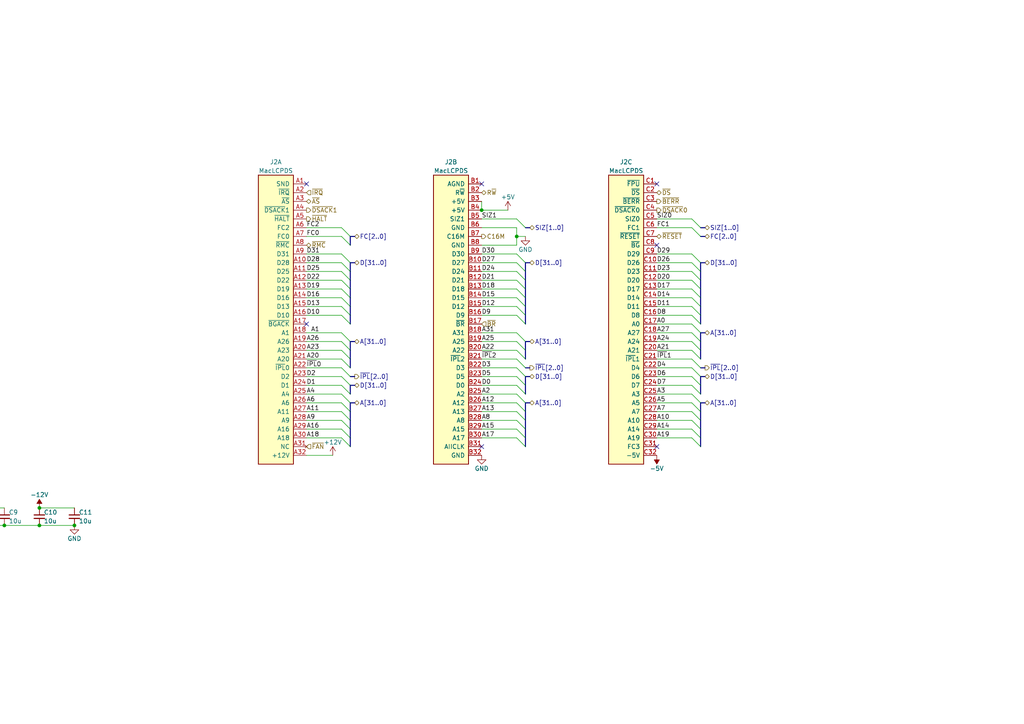
<source format=kicad_sch>
(kicad_sch (version 20230121) (generator eeschema)
  (paper "A4")
  (lib_symbols
    (symbol "Device:C_Small" (pin_numbers hide) (pin_names (offset 0.254) hide)
      (property "Reference" "C" (at 0.254 1.778 0))
      (property "Value" "C_Small" (at 0.254 -2.032 0))
      (symbol "C_Small_0_1"
        (polyline (pts (xy -1.524 -0.508) (xy 1.524 -0.508)) (stroke (width 0.3302)))
        (polyline (pts (xy -1.524 0.508) (xy 1.524 0.508)) (stroke (width 0.3048)))
      )
      (symbol "C_Small_1_1"
        (pin passive line (at 0 2.54 270) (length 2.032) (name "~") (number "1"))
        (pin passive line (at 0 -2.54 90) (length 2.032) (name "~") (number "2"))
      )
    )
    (symbol "GW_Connector:MacLCPDS" (pin_names (offset 1.016))
      (property "Reference" "J" (at 0 45.72 0))
      (property "Value" "MacLCPDS" (at 0 -40.64 0))
      (symbol "MacLCPDS_0_1"
        (rectangle (start 0 44.45) (end -10.16 -39.37) (stroke (width 0.254)) (fill (type background)))
      )
      (symbol "MacLCPDS_1_1"
        (pin unspecified line (at 3.81 41.91 180) (length 3.81) (name "SND") (number "A1"))
        (pin unspecified line (at 3.81 19.05 180) (length 3.81) (name "D28") (number "A10"))
        (pin unspecified line (at 3.81 16.51 180) (length 3.81) (name "D25") (number "A11"))
        (pin unspecified line (at 3.81 13.97 180) (length 3.81) (name "D22") (number "A12"))
        (pin unspecified line (at 3.81 11.43 180) (length 3.81) (name "D19") (number "A13"))
        (pin unspecified line (at 3.81 8.89 180) (length 3.81) (name "D16") (number "A14"))
        (pin unspecified line (at 3.81 6.35 180) (length 3.81) (name "D13") (number "A15"))
        (pin unspecified line (at 3.81 3.81 180) (length 3.81) (name "D10") (number "A16"))
        (pin unspecified line (at 3.81 1.27 180) (length 3.81) (name "~{BGACK}") (number "A17"))
        (pin unspecified line (at 3.81 -1.27 180) (length 3.81) (name "A1") (number "A18"))
        (pin unspecified line (at 3.81 -3.81 180) (length 3.81) (name "A26") (number "A19"))
        (pin unspecified line (at 3.81 39.37 180) (length 3.81) (name "~{IRQ}") (number "A2"))
        (pin unspecified line (at 3.81 -6.35 180) (length 3.81) (name "A23") (number "A20"))
        (pin unspecified line (at 3.81 -8.89 180) (length 3.81) (name "A20") (number "A21"))
        (pin unspecified line (at 3.81 -11.43 180) (length 3.81) (name "~{IPL}0") (number "A22"))
        (pin unspecified line (at 3.81 -13.97 180) (length 3.81) (name "D2") (number "A23"))
        (pin unspecified line (at 3.81 -16.51 180) (length 3.81) (name "D1") (number "A24"))
        (pin unspecified line (at 3.81 -19.05 180) (length 3.81) (name "A4") (number "A25"))
        (pin unspecified line (at 3.81 -21.59 180) (length 3.81) (name "A6") (number "A26"))
        (pin unspecified line (at 3.81 -24.13 180) (length 3.81) (name "A11") (number "A27"))
        (pin unspecified line (at 3.81 -26.67 180) (length 3.81) (name "A9") (number "A28"))
        (pin unspecified line (at 3.81 -29.21 180) (length 3.81) (name "A16") (number "A29"))
        (pin unspecified line (at 3.81 36.83 180) (length 3.81) (name "~{AS}") (number "A3"))
        (pin unspecified line (at 3.81 -31.75 180) (length 3.81) (name "A18") (number "A30"))
        (pin no_connect line (at 3.81 -34.29 180) (length 3.81) (name "NC") (number "A31"))
        (pin unspecified line (at 3.81 -36.83 180) (length 3.81) (name "+12V") (number "A32"))
        (pin unspecified line (at 3.81 34.29 180) (length 3.81) (name "~{DSACK}1") (number "A4"))
        (pin unspecified line (at 3.81 31.75 180) (length 3.81) (name "~{HALT}") (number "A5"))
        (pin unspecified line (at 3.81 29.21 180) (length 3.81) (name "FC2") (number "A6"))
        (pin unspecified line (at 3.81 26.67 180) (length 3.81) (name "FC0") (number "A7"))
        (pin unspecified line (at 3.81 24.13 180) (length 3.81) (name "~{RMC}") (number "A8"))
        (pin unspecified line (at 3.81 21.59 180) (length 3.81) (name "D31") (number "A9"))
      )
      (symbol "MacLCPDS_2_1"
        (pin unspecified line (at 3.81 41.91 180) (length 3.81) (name "AGND") (number "B1"))
        (pin unspecified line (at 3.81 19.05 180) (length 3.81) (name "D27") (number "B10"))
        (pin unspecified line (at 3.81 16.51 180) (length 3.81) (name "D24") (number "B11"))
        (pin unspecified line (at 3.81 13.97 180) (length 3.81) (name "D21") (number "B12"))
        (pin unspecified line (at 3.81 11.43 180) (length 3.81) (name "D18") (number "B13"))
        (pin unspecified line (at 3.81 8.89 180) (length 3.81) (name "D15") (number "B14"))
        (pin unspecified line (at 3.81 6.35 180) (length 3.81) (name "D12") (number "B15"))
        (pin unspecified line (at 3.81 3.81 180) (length 3.81) (name "D9") (number "B16"))
        (pin unspecified line (at 3.81 1.27 180) (length 3.81) (name "~{BR}") (number "B17"))
        (pin unspecified line (at 3.81 -1.27 180) (length 3.81) (name "A31") (number "B18"))
        (pin unspecified line (at 3.81 -3.81 180) (length 3.81) (name "A25") (number "B19"))
        (pin unspecified line (at 3.81 39.37 180) (length 3.81) (name "R~{W}") (number "B2"))
        (pin unspecified line (at 3.81 -6.35 180) (length 3.81) (name "A22") (number "B20"))
        (pin unspecified line (at 3.81 -8.89 180) (length 3.81) (name "~{IPL}2") (number "B21"))
        (pin unspecified line (at 3.81 -11.43 180) (length 3.81) (name "D3") (number "B22"))
        (pin unspecified line (at 3.81 -13.97 180) (length 3.81) (name "D5") (number "B23"))
        (pin unspecified line (at 3.81 -16.51 180) (length 3.81) (name "D0") (number "B24"))
        (pin unspecified line (at 3.81 -19.05 180) (length 3.81) (name "A2") (number "B25"))
        (pin unspecified line (at 3.81 -21.59 180) (length 3.81) (name "A12") (number "B26"))
        (pin unspecified line (at 3.81 -24.13 180) (length 3.81) (name "A13") (number "B27"))
        (pin unspecified line (at 3.81 -26.67 180) (length 3.81) (name "A8") (number "B28"))
        (pin unspecified line (at 3.81 -29.21 180) (length 3.81) (name "A15") (number "B29"))
        (pin unspecified line (at 3.81 36.83 180) (length 3.81) (name "+5V") (number "B3"))
        (pin unspecified line (at 3.81 -31.75 180) (length 3.81) (name "A17") (number "B30"))
        (pin unspecified line (at 3.81 -34.29 180) (length 3.81) (name "AIICLK") (number "B31"))
        (pin unspecified line (at 3.81 -36.83 180) (length 3.81) (name "GND") (number "B32"))
        (pin unspecified line (at 3.81 34.29 180) (length 3.81) (name "+5V") (number "B4"))
        (pin unspecified line (at 3.81 31.75 180) (length 3.81) (name "SIZ1") (number "B5"))
        (pin unspecified line (at 3.81 29.21 180) (length 3.81) (name "GND") (number "B6"))
        (pin unspecified line (at 3.81 26.67 180) (length 3.81) (name "C16M") (number "B7"))
        (pin unspecified line (at 3.81 24.13 180) (length 3.81) (name "GND") (number "B8"))
        (pin unspecified line (at 3.81 21.59 180) (length 3.81) (name "D30") (number "B9"))
      )
      (symbol "MacLCPDS_3_1"
        (pin unspecified line (at 3.81 41.91 180) (length 3.81) (name "~{FPU}") (number "C1"))
        (pin unspecified line (at 3.81 19.05 180) (length 3.81) (name "D26") (number "C10"))
        (pin unspecified line (at 3.81 16.51 180) (length 3.81) (name "D23") (number "C11"))
        (pin unspecified line (at 3.81 13.97 180) (length 3.81) (name "D20") (number "C12"))
        (pin unspecified line (at 3.81 11.43 180) (length 3.81) (name "D17") (number "C13"))
        (pin unspecified line (at 3.81 8.89 180) (length 3.81) (name "D14") (number "C14"))
        (pin unspecified line (at 3.81 6.35 180) (length 3.81) (name "D11") (number "C15"))
        (pin unspecified line (at 3.81 3.81 180) (length 3.81) (name "D8") (number "C16"))
        (pin unspecified line (at 3.81 1.27 180) (length 3.81) (name "A0") (number "C17"))
        (pin unspecified line (at 3.81 -1.27 180) (length 3.81) (name "A27") (number "C18"))
        (pin unspecified line (at 3.81 -3.81 180) (length 3.81) (name "A24") (number "C19"))
        (pin unspecified line (at 3.81 39.37 180) (length 3.81) (name "~{DS}") (number "C2"))
        (pin unspecified line (at 3.81 -6.35 180) (length 3.81) (name "A21") (number "C20"))
        (pin unspecified line (at 3.81 -8.89 180) (length 3.81) (name "~{IPL}1") (number "C21"))
        (pin unspecified line (at 3.81 -11.43 180) (length 3.81) (name "D4") (number "C22"))
        (pin unspecified line (at 3.81 -13.97 180) (length 3.81) (name "D6") (number "C23"))
        (pin unspecified line (at 3.81 -16.51 180) (length 3.81) (name "D7") (number "C24"))
        (pin unspecified line (at 3.81 -19.05 180) (length 3.81) (name "A3") (number "C25"))
        (pin unspecified line (at 3.81 -21.59 180) (length 3.81) (name "A5") (number "C26"))
        (pin unspecified line (at 3.81 -24.13 180) (length 3.81) (name "A7") (number "C27"))
        (pin unspecified line (at 3.81 -26.67 180) (length 3.81) (name "A10") (number "C28"))
        (pin unspecified line (at 3.81 -29.21 180) (length 3.81) (name "A14") (number "C29"))
        (pin unspecified line (at 3.81 36.83 180) (length 3.81) (name "~{BERR}") (number "C3"))
        (pin unspecified line (at 3.81 -31.75 180) (length 3.81) (name "A19") (number "C30"))
        (pin unspecified line (at 3.81 -34.29 180) (length 3.81) (name "FC3") (number "C31"))
        (pin unspecified line (at 3.81 -36.83 180) (length 3.81) (name "-5V") (number "C32"))
        (pin unspecified line (at 3.81 34.29 180) (length 3.81) (name "~{DSACK}0") (number "C4"))
        (pin unspecified line (at 3.81 31.75 180) (length 3.81) (name "SIZ0") (number "C5"))
        (pin unspecified line (at 3.81 29.21 180) (length 3.81) (name "FC1") (number "C6"))
        (pin unspecified line (at 3.81 26.67 180) (length 3.81) (name "~{RESET}") (number "C7"))
        (pin unspecified line (at 3.81 24.13 180) (length 3.81) (name "~{BG}") (number "C8"))
        (pin unspecified line (at 3.81 21.59 180) (length 3.81) (name "D29") (number "C9"))
      )
    )
    (symbol "power:+12V" (power) (pin_names (offset 0))
      (property "Value" "+12V" (at 0 3.556 0))
      (symbol "+12V_0_1"
        (polyline (pts (xy -0.762 1.27) (xy 0 2.54)))
        (polyline (pts (xy 0 0) (xy 0 2.54)))
        (polyline (pts (xy 0 2.54) (xy 0.762 1.27)))
      )
      (symbol "+12V_1_1"
        (pin power_in line (at 0 0 90) (length 0) hide (name "+12V") (number "1"))
      )
    )
    (symbol "power:+5V" (power) (pin_names (offset 0))
      (property "Value" "+5V" (at 0 3.556 0))
      (symbol "+5V_0_1"
        (polyline (pts (xy -0.762 1.27) (xy 0 2.54)))
        (polyline (pts (xy 0 0) (xy 0 2.54)))
        (polyline (pts (xy 0 2.54) (xy 0.762 1.27)))
      )
      (symbol "+5V_1_1"
        (pin power_in line (at 0 0 90) (length 0) hide (name "+5V") (number "1"))
      )
    )
    (symbol "power:-12V" (power) (pin_names (offset 0))
      (property "Value" "-12V" (at 0 3.81 0))
      (symbol "-12V_0_0"
        (pin power_in line (at 0 0 90) (length 0) hide (name "-12V") (number "1"))
      )
      (symbol "-12V_0_1"
        (polyline (pts (xy 0 0) (xy 0 1.27) (xy 0.762 1.27) (xy 0 2.54) (xy -0.762 1.27) (xy 0 1.27)) (fill (type outline)))
      )
    )
    (symbol "power:-5V" (power) (pin_names (offset 0))
      (property "Value" "-5V" (at 0 3.81 0))
      (symbol "-5V_0_0"
        (pin power_in line (at 0 0 90) (length 0) hide (name "-5V") (number "1"))
      )
      (symbol "-5V_0_1"
        (polyline (pts (xy 0 0) (xy 0 1.27) (xy 0.762 1.27) (xy 0 2.54) (xy -0.762 1.27) (xy 0 1.27)) (fill (type outline)))
      )
    )
    (symbol "power:GND" (power) (pin_names (offset 0))
      (property "Value" "GND" (at 0 -3.81 0))
      (symbol "GND_0_1"
        (polyline (pts (xy 0 0) (xy 0 -1.27) (xy 1.27 -1.27) (xy 0 -2.54) (xy -1.27 -1.27) (xy 0 -1.27)))
      )
      (symbol "GND_1_1"
        (pin power_in line (at 0 0 270) (length 0) hide (name "GND") (number "1"))
      )
    )
  )
  (junction (at 139.7 60.96))
  (junction (at -8.89 152.4))
  (junction (at 11.43 147.32))
  (junction (at 149.86 68.58))
  (junction (at -19.05 152.4))
  (junction (at -29.21 147.32))
  (junction (at -29.21 152.4))
  (junction (at 1.27 152.4))
  (junction (at -8.89 147.32))
  (junction (at 11.43 152.4))
  (junction (at 21.59 152.4))
  (junction (at -39.37 152.4))
  (junction (at -49.53 147.32))
  (no_connect (at 139.7 53.34))
  (no_connect (at 190.5 129.54))
  (no_connect (at 190.5 53.34))
  (no_connect (at 88.9 93.98))
  (no_connect (at 190.5 71.12))
  (no_connect (at 88.9 53.34))
  (no_connect (at 139.7 129.54))
  (bus_entry (at 200.66 111.76) (size 2.54 2.54))
  (bus_entry (at 149.86 119.38) (size 2.54 2.54))
  (bus_entry (at 149.86 124.46) (size 2.54 2.54))
  (bus_entry (at 200.66 93.98) (size 2.54 2.54))
  (bus_entry (at 149.86 109.22) (size 2.54 2.54))
  (bus_entry (at 200.66 99.06) (size 2.54 2.54))
  (bus_entry (at 200.66 119.38) (size 2.54 2.54))
  (bus_entry (at 200.66 96.52) (size 2.54 2.54))
  (bus_entry (at 149.86 78.74) (size 2.54 2.54))
  (bus_entry (at 99.06 86.36) (size 2.54 2.54))
  (bus_entry (at 200.66 104.14) (size 2.54 2.54))
  (bus_entry (at 200.66 114.3) (size 2.54 2.54))
  (bus_entry (at 200.66 63.5) (size 2.54 2.54))
  (bus_entry (at 99.06 81.28) (size 2.54 2.54))
  (bus_entry (at 200.66 78.74) (size 2.54 2.54))
  (bus_entry (at 149.86 106.68) (size 2.54 2.54))
  (bus_entry (at 149.86 99.06) (size 2.54 2.54))
  (bus_entry (at 99.06 78.74) (size 2.54 2.54))
  (bus_entry (at 99.06 101.6) (size 2.54 2.54))
  (bus_entry (at 200.66 81.28) (size 2.54 2.54))
  (bus_entry (at 200.66 109.22) (size 2.54 2.54))
  (bus_entry (at 149.86 81.28) (size 2.54 2.54))
  (bus_entry (at 200.66 73.66) (size 2.54 2.54))
  (bus_entry (at 149.86 101.6) (size 2.54 2.54))
  (bus_entry (at 99.06 96.52) (size 2.54 2.54))
  (bus_entry (at 99.06 116.84) (size 2.54 2.54))
  (bus_entry (at 99.06 124.46) (size 2.54 2.54))
  (bus_entry (at 99.06 73.66) (size 2.54 2.54))
  (bus_entry (at 149.86 76.2) (size 2.54 2.54))
  (bus_entry (at 149.86 86.36) (size 2.54 2.54))
  (bus_entry (at 99.06 66.04) (size 2.54 2.54))
  (bus_entry (at 200.66 76.2) (size 2.54 2.54))
  (bus_entry (at 149.86 63.5) (size 2.54 2.54))
  (bus_entry (at 149.86 121.92) (size 2.54 2.54))
  (bus_entry (at 99.06 68.58) (size 2.54 2.54))
  (bus_entry (at 149.86 127) (size 2.54 2.54))
  (bus_entry (at 200.66 88.9) (size 2.54 2.54))
  (bus_entry (at 200.66 127) (size 2.54 2.54))
  (bus_entry (at 99.06 114.3) (size 2.54 2.54))
  (bus_entry (at 99.06 83.82) (size 2.54 2.54))
  (bus_entry (at 149.86 116.84) (size 2.54 2.54))
  (bus_entry (at 200.66 121.92) (size 2.54 2.54))
  (bus_entry (at 99.06 109.22) (size 2.54 2.54))
  (bus_entry (at 149.86 91.44) (size 2.54 2.54))
  (bus_entry (at 99.06 88.9) (size 2.54 2.54))
  (bus_entry (at 200.66 106.68) (size 2.54 2.54))
  (bus_entry (at 99.06 99.06) (size 2.54 2.54))
  (bus_entry (at 99.06 104.14) (size 2.54 2.54))
  (bus_entry (at 99.06 127) (size 2.54 2.54))
  (bus_entry (at 200.66 101.6) (size 2.54 2.54))
  (bus_entry (at 200.66 116.84) (size 2.54 2.54))
  (bus_entry (at 200.66 91.44) (size 2.54 2.54))
  (bus_entry (at 149.86 111.76) (size 2.54 2.54))
  (bus_entry (at 200.66 66.04) (size 2.54 2.54))
  (bus_entry (at 99.06 121.92) (size 2.54 2.54))
  (bus_entry (at 99.06 76.2) (size 2.54 2.54))
  (bus_entry (at 99.06 106.68) (size 2.54 2.54))
  (bus_entry (at 149.86 83.82) (size 2.54 2.54))
  (bus_entry (at 149.86 114.3) (size 2.54 2.54))
  (bus_entry (at 99.06 111.76) (size 2.54 2.54))
  (bus_entry (at 200.66 124.46) (size 2.54 2.54))
  (bus_entry (at 200.66 83.82) (size 2.54 2.54))
  (bus_entry (at 149.86 88.9) (size 2.54 2.54))
  (bus_entry (at 99.06 119.38) (size 2.54 2.54))
  (bus_entry (at 149.86 104.14) (size 2.54 2.54))
  (bus_entry (at 99.06 91.44) (size 2.54 2.54))
  (bus_entry (at 200.66 86.36) (size 2.54 2.54))
  (bus_entry (at 149.86 73.66) (size 2.54 2.54))
  (bus_entry (at 149.86 96.52) (size 2.54 2.54))
  (bus (pts (xy 204.47 66.04) (xy 203.2 66.04)))
  (wire (pts (xy 88.9 76.2) (xy 99.06 76.2)))
  (wire (pts (xy 139.7 101.6) (xy 149.86 101.6)))
  (wire (pts (xy 139.7 114.3) (xy 149.86 114.3)))
  (bus (pts (xy 101.6 76.2) (xy 102.87 76.2)))
  (wire (pts (xy 190.5 78.74) (xy 200.66 78.74)))
  (wire (pts (xy 139.7 83.82) (xy 149.86 83.82)))
  (bus (pts (xy 203.2 76.2) (xy 204.47 76.2)))
  (bus (pts (xy 101.6 68.58) (xy 101.6 71.12)))
  (bus (pts (xy 152.4 81.28) (xy 152.4 78.74)))
  (wire (pts (xy 139.7 127) (xy 149.86 127)))
  (bus (pts (xy 203.2 104.14) (xy 203.2 101.6)))
  (bus (pts (xy 152.4 78.74) (xy 152.4 76.2)))
  (wire (pts (xy -8.89 147.32) (xy 1.27 147.32)))
  (wire (pts (xy 139.7 66.04) (xy 149.86 66.04)))
  (bus (pts (xy 101.6 81.28) (xy 101.6 78.74)))
  (wire (pts (xy 190.5 119.38) (xy 200.66 119.38)))
  (bus (pts (xy 203.2 124.46) (xy 203.2 127)))
  (wire (pts (xy 190.5 106.68) (xy 200.66 106.68)))
  (wire (pts (xy 190.5 96.52) (xy 200.66 96.52)))
  (bus (pts (xy 152.4 104.14) (xy 152.4 101.6)))
  (wire (pts (xy 190.5 114.3) (xy 200.66 114.3)))
  (wire (pts (xy 88.9 111.76) (xy 99.06 111.76)))
  (wire (pts (xy 139.7 88.9) (xy 149.86 88.9)))
  (wire (pts (xy 88.9 106.68) (xy 99.06 106.68)))
  (wire (pts (xy 139.7 104.14) (xy 149.86 104.14)))
  (wire (pts (xy 139.7 73.66) (xy 149.86 73.66)))
  (wire (pts (xy 88.9 109.22) (xy 99.06 109.22)))
  (wire (pts (xy 149.86 68.58) (xy 152.4 68.58)))
  (bus (pts (xy 101.6 86.36) (xy 101.6 83.82)))
  (bus (pts (xy 203.2 129.54) (xy 203.2 127)))
  (wire (pts (xy 139.7 81.28) (xy 149.86 81.28)))
  (bus (pts (xy 203.2 86.36) (xy 203.2 83.82)))
  (bus (pts (xy 101.6 124.46) (xy 101.6 127)))
  (bus (pts (xy 203.2 119.38) (xy 203.2 116.84)))
  (bus (pts (xy 101.6 101.6) (xy 101.6 99.06)))
  (bus (pts (xy 203.2 81.28) (xy 203.2 78.74)))
  (wire (pts (xy 190.5 88.9) (xy 200.66 88.9)))
  (wire (pts (xy 190.5 93.98) (xy 200.66 93.98)))
  (bus (pts (xy 152.4 101.6) (xy 152.4 99.06)))
  (wire (pts (xy 139.7 121.92) (xy 149.86 121.92)))
  (wire (pts (xy 190.5 109.22) (xy 200.66 109.22)))
  (wire (pts (xy 139.7 63.5) (xy 149.86 63.5)))
  (bus (pts (xy 204.47 106.68) (xy 203.2 106.68)))
  (bus (pts (xy 152.4 109.22) (xy 153.67 109.22)))
  (wire (pts (xy 190.5 121.92) (xy 200.66 121.92)))
  (wire (pts (xy 139.7 71.12) (xy 149.86 71.12)))
  (bus (pts (xy 152.4 116.84) (xy 153.67 116.84)))
  (bus (pts (xy 101.6 119.38) (xy 101.6 121.92)))
  (wire (pts (xy 88.9 132.08) (xy 96.52 132.08)))
  (bus (pts (xy 101.6 88.9) (xy 101.6 86.36)))
  (bus (pts (xy 203.2 91.44) (xy 203.2 88.9)))
  (bus (pts (xy 101.6 93.98) (xy 101.6 91.44)))
  (wire (pts (xy 190.5 66.04) (xy 200.66 66.04)))
  (bus (pts (xy 152.4 114.3) (xy 152.4 111.76)))
  (wire (pts (xy 88.9 127) (xy 99.06 127)))
  (wire (pts (xy 139.7 99.06) (xy 149.86 99.06)))
  (bus (pts (xy 203.2 96.52) (xy 204.47 96.52)))
  (bus (pts (xy 203.2 83.82) (xy 203.2 81.28)))
  (wire (pts (xy 190.5 124.46) (xy 200.66 124.46)))
  (bus (pts (xy 101.6 99.06) (xy 102.87 99.06)))
  (bus (pts (xy 101.6 116.84) (xy 102.87 116.84)))
  (bus (pts (xy 152.4 88.9) (xy 152.4 86.36)))
  (bus (pts (xy 203.2 119.38) (xy 203.2 121.92)))
  (wire (pts (xy 190.5 104.14) (xy 200.66 104.14)))
  (wire (pts (xy 190.5 116.84) (xy 200.66 116.84)))
  (bus (pts (xy 153.67 66.04) (xy 152.4 66.04)))
  (bus (pts (xy 101.6 119.38) (xy 101.6 116.84)))
  (bus (pts (xy 101.6 104.14) (xy 101.6 101.6)))
  (bus (pts (xy 203.2 93.98) (xy 203.2 91.44)))
  (wire (pts (xy 139.7 78.74) (xy 149.86 78.74)))
  (bus (pts (xy 152.4 86.36) (xy 152.4 83.82)))
  (wire (pts (xy 190.5 99.06) (xy 200.66 99.06)))
  (wire (pts (xy -39.37 152.4) (xy -29.21 152.4)))
  (wire (pts (xy -8.89 152.4) (xy 1.27 152.4)))
  (wire (pts (xy -49.53 147.32) (xy -39.37 147.32)))
  (wire (pts (xy 139.7 116.84) (xy 149.86 116.84)))
  (bus (pts (xy 152.4 91.44) (xy 152.4 88.9)))
  (wire (pts (xy 190.5 81.28) (xy 200.66 81.28)))
  (bus (pts (xy 203.2 109.22) (xy 203.2 111.76)))
  (wire (pts (xy 88.9 104.14) (xy 99.06 104.14)))
  (wire (pts (xy 190.5 63.5) (xy 200.66 63.5)))
  (wire (pts (xy -29.21 147.32) (xy -19.05 147.32)))
  (wire (pts (xy 190.5 91.44) (xy 200.66 91.44)))
  (wire (pts (xy 88.9 83.82) (xy 99.06 83.82)))
  (wire (pts (xy 88.9 86.36) (xy 99.06 86.36)))
  (wire (pts (xy 139.7 111.76) (xy 149.86 111.76)))
  (wire (pts (xy 88.9 121.92) (xy 99.06 121.92)))
  (bus (pts (xy 152.4 93.98) (xy 152.4 91.44)))
  (wire (pts (xy 149.86 71.12) (xy 149.86 68.58)))
  (wire (pts (xy 190.5 83.82) (xy 200.66 83.82)))
  (wire (pts (xy 88.9 119.38) (xy 99.06 119.38)))
  (bus (pts (xy 101.6 121.92) (xy 101.6 124.46)))
  (bus (pts (xy 152.4 119.38) (xy 152.4 121.92)))
  (bus (pts (xy 203.2 121.92) (xy 203.2 124.46)))
  (bus (pts (xy 204.47 68.58) (xy 203.2 68.58)))
  (bus (pts (xy 153.67 106.68) (xy 152.4 106.68)))
  (bus (pts (xy 152.4 99.06) (xy 153.67 99.06)))
  (wire (pts (xy 139.7 76.2) (xy 149.86 76.2)))
  (wire (pts (xy 139.7 60.96) (xy 139.7 58.42)))
  (bus (pts (xy 101.6 78.74) (xy 101.6 76.2)))
  (bus (pts (xy 203.2 109.22) (xy 204.47 109.22)))
  (wire (pts (xy 88.9 124.46) (xy 99.06 124.46)))
  (wire (pts (xy 88.9 81.28) (xy 99.06 81.28)))
  (bus (pts (xy 152.4 76.2) (xy 153.67 76.2)))
  (wire (pts (xy 139.7 109.22) (xy 149.86 109.22)))
  (wire (pts (xy 190.5 101.6) (xy 200.66 101.6)))
  (wire (pts (xy 88.9 116.84) (xy 99.06 116.84)))
  (bus (pts (xy 203.2 88.9) (xy 203.2 86.36)))
  (bus (pts (xy 101.6 114.3) (xy 101.6 111.76)))
  (bus (pts (xy 203.2 116.84) (xy 204.47 116.84)))
  (wire (pts (xy 88.9 91.44) (xy 99.06 91.44)))
  (bus (pts (xy 152.4 121.92) (xy 152.4 124.46)))
  (bus (pts (xy 152.4 111.76) (xy 152.4 109.22)))
  (bus (pts (xy 102.87 68.58) (xy 101.6 68.58)))
  (wire (pts (xy 190.5 76.2) (xy 200.66 76.2)))
  (bus (pts (xy 203.2 114.3) (xy 203.2 111.76)))
  (wire (pts (xy 88.9 78.74) (xy 99.06 78.74)))
  (wire (pts (xy 1.27 152.4) (xy 11.43 152.4)))
  (wire (pts (xy 88.9 96.52) (xy 99.06 96.52)))
  (bus (pts (xy 152.4 124.46) (xy 152.4 127)))
  (wire (pts (xy 149.86 68.58) (xy 149.86 66.04)))
  (bus (pts (xy 101.6 129.54) (xy 101.6 127)))
  (wire (pts (xy 88.9 73.66) (xy 99.06 73.66)))
  (wire (pts (xy 139.7 91.44) (xy 149.86 91.44)))
  (wire (pts (xy 190.5 127) (xy 200.66 127)))
  (wire (pts (xy 139.7 86.36) (xy 149.86 86.36)))
  (bus (pts (xy 152.4 129.54) (xy 152.4 127)))
  (wire (pts (xy -49.53 152.4) (xy -39.37 152.4)))
  (wire (pts (xy 11.43 147.32) (xy 21.59 147.32)))
  (wire (pts (xy 88.9 99.06) (xy 99.06 99.06)))
  (bus (pts (xy 203.2 78.74) (xy 203.2 76.2)))
  (wire (pts (xy 88.9 101.6) (xy 99.06 101.6)))
  (wire (pts (xy 88.9 88.9) (xy 99.06 88.9)))
  (wire (pts (xy 88.9 68.58) (xy 99.06 68.58)))
  (wire (pts (xy 88.9 66.04) (xy 99.06 66.04)))
  (bus (pts (xy 101.6 91.44) (xy 101.6 88.9)))
  (bus (pts (xy 203.2 101.6) (xy 203.2 99.06)))
  (wire (pts (xy 190.5 111.76) (xy 200.66 111.76)))
  (wire (pts (xy 190.5 86.36) (xy 200.66 86.36)))
  (bus (pts (xy 152.4 119.38) (xy 152.4 116.84)))
  (bus (pts (xy 203.2 99.06) (xy 203.2 96.52)))
  (wire (pts (xy 147.32 60.96) (xy 139.7 60.96)))
  (wire (pts (xy 139.7 119.38) (xy 149.86 119.38)))
  (wire (pts (xy 139.7 124.46) (xy 149.86 124.46)))
  (wire (pts (xy 139.7 96.52) (xy 149.86 96.52)))
  (bus (pts (xy 102.87 109.22) (xy 101.6 109.22)))
  (bus (pts (xy 101.6 106.68) (xy 101.6 104.14)))
  (wire (pts (xy 139.7 106.68) (xy 149.86 106.68)))
  (bus (pts (xy 101.6 83.82) (xy 101.6 81.28)))
  (wire (pts (xy 190.5 73.66) (xy 200.66 73.66)))
  (wire (pts (xy -29.21 152.4) (xy -19.05 152.4)))
  (bus (pts (xy 152.4 83.82) (xy 152.4 81.28)))
  (wire (pts (xy -19.05 152.4) (xy -8.89 152.4)))
  (wire (pts (xy 11.43 152.4) (xy 21.59 152.4)))
  (bus (pts (xy 101.6 111.76) (xy 102.87 111.76)))
  (wire (pts (xy 88.9 114.3) (xy 99.06 114.3)))
  (label "A11" (at 88.9 119.38 0))
  (label "D9" (at 139.7 91.44 0))
  (label "A17" (at 139.7 127 0))
  (label "A19" (at 190.5 127 0))
  (label "FC0" (at 88.9 68.58 0))
  (label "~{IPL}1" (at 190.5 104.14 0))
  (label "D3" (at 139.7 106.68 0))
  (label "D13" (at 88.9 88.9 0))
  (label "D18" (at 139.7 83.82 0))
  (label "D11" (at 190.5 88.9 0))
  (label "A2" (at 139.7 114.3 0))
  (label "D27" (at 139.7 76.2 0))
  (label "D16" (at 88.9 86.36 0))
  (label "A9" (at 88.9 121.92 0))
  (label "D26" (at 190.5 76.2 0))
  (label "A18" (at 88.9 127 0))
  (label "~{IPL}0" (at 88.9 106.68 0))
  (label "A6" (at 88.9 116.84 0))
  (label "SIZ0" (at 190.5 63.5 0))
  (label "D23" (at 190.5 78.74 0))
  (label "A26" (at 88.9 99.06 0))
  (label "D0" (at 139.7 111.76 0))
  (label "A25" (at 139.7 99.06 0))
  (label "A31" (at 139.7 96.52 0))
  (label "A7" (at 190.5 119.38 0))
  (label "D8" (at 190.5 91.44 0))
  (label "D19" (at 88.9 83.82 0))
  (label "D15" (at 139.7 86.36 0))
  (label "D17" (at 190.5 83.82 0))
  (label "FC1" (at 190.5 66.04 0))
  (label "A8" (at 139.7 121.92 0))
  (label "A1" (at 90.17 96.52 0))
  (label "D12" (at 139.7 88.9 0))
  (label "A12" (at 139.7 116.84 0))
  (label "A24" (at 190.5 99.06 0))
  (label "A4" (at 88.9 114.3 0))
  (label "D7" (at 190.5 111.76 0))
  (label "FC2" (at 88.9 66.04 0))
  (label "A14" (at 190.5 124.46 0))
  (label "SIZ1" (at 139.7 63.5 0))
  (label "D25" (at 88.9 78.74 0))
  (label "A27" (at 190.5 96.52 0))
  (label "A13" (at 139.7 119.38 0))
  (label "D5" (at 139.7 109.22 0))
  (label "A21" (at 190.5 101.6 0))
  (label "A10" (at 190.5 121.92 0))
  (label "A22" (at 139.7 101.6 0))
  (label "A20" (at 88.9 104.14 0))
  (label "D22" (at 88.9 81.28 0))
  (label "D29" (at 190.5 73.66 0))
  (label "D21" (at 139.7 81.28 0))
  (label "D10" (at 88.9 91.44 0))
  (label "D30" (at 139.7 73.66 0))
  (label "D2" (at 88.9 109.22 0))
  (label "A15" (at 139.7 124.46 0))
  (label "A23" (at 88.9 101.6 0))
  (label "D14" (at 190.5 86.36 0))
  (label "D20" (at 190.5 81.28 0))
  (label "A0" (at 190.5 93.98 0))
  (label "~{IPL}2" (at 139.7 104.14 0))
  (label "D28" (at 88.9 76.2 0))
  (label "D1" (at 88.9 111.76 0))
  (label "D24" (at 139.7 78.74 0))
  (label "D31" (at 88.9 73.66 0))
  (label "D6" (at 190.5 109.22 0))
  (label "D4" (at 190.5 106.68 0))
  (label "A16" (at 88.9 124.46 0))
  (label "A5" (at 190.5 116.84 0))
  (label "A3" (at 190.5 114.3 0))
  (hierarchical_label "~{RMC}" (shape tri_state) (at 88.9 71.12 0))
  (hierarchical_label "~{DS}" (shape tri_state) (at 190.5 55.88 0))
  (hierarchical_label "FC[2..0]" (shape bidirectional) (at 204.47 68.58 0))
  (hierarchical_label "~{DSACK}0" (shape output) (at 190.5 60.96 0))
  (hierarchical_label "A[31..0]" (shape tri_state) (at 153.67 116.84 0))
  (hierarchical_label "A[31..0]" (shape tri_state) (at 204.47 116.84 0))
  (hierarchical_label "~{AS}" (shape tri_state) (at 88.9 58.42 0))
  (hierarchical_label "D[31..0]" (shape bidirectional) (at 204.47 76.2 0))
  (hierarchical_label "R~{W}" (shape tri_state) (at 139.7 55.88 0))
  (hierarchical_label "C16M" (shape output) (at 139.7 68.58 0))
  (hierarchical_label "~{IRQ}" (shape input) (at 88.9 55.88 0))
  (hierarchical_label "~{HALT}" (shape output) (at 88.9 63.5 0))
  (hierarchical_label "A[31..0]" (shape tri_state) (at 102.87 99.06 0))
  (hierarchical_label "~{DSACK}1" (shape output) (at 88.9 60.96 0))
  (hierarchical_label "SIZ[1..0]" (shape bidirectional) (at 153.67 66.04 0))
  (hierarchical_label "~{FAN}" (shape input) (at 88.9 129.54 0))
  (hierarchical_label "~{BERR}" (shape output) (at 190.5 58.42 0))
  (hierarchical_label "~{IPL}[2..0]" (shape output) (at 153.67 106.68 0))
  (hierarchical_label "~{IPL}[2..0]" (shape output) (at 102.87 109.22 0))
  (hierarchical_label "~{RESET}" (shape bidirectional) (at 190.5 68.58 0))
  (hierarchical_label "FC[2..0]" (shape bidirectional) (at 102.87 68.58 0))
  (hierarchical_label "A[31..0]" (shape tri_state) (at 204.47 96.52 0))
  (hierarchical_label "D[31..0]" (shape bidirectional) (at 153.67 109.22 0))
  (hierarchical_label "A[31..0]" (shape tri_state) (at 153.67 99.06 0))
  (hierarchical_label "A[31..0]" (shape tri_state) (at 102.87 116.84 0))
  (hierarchical_label "SIZ[1..0]" (shape bidirectional) (at 204.47 66.04 0))
  (hierarchical_label "D[31..0]" (shape bidirectional) (at 102.87 76.2 0))
  (hierarchical_label "D[31..0]" (shape bidirectional) (at 204.47 109.22 0))
  (hierarchical_label "~{IPL}[2..0]" (shape output) (at 204.47 106.68 0))
  (hierarchical_label "~{BR}" (shape input) (at 139.7 93.98 0))
  (hierarchical_label "D[31..0]" (shape bidirectional) (at 153.67 76.2 0))
  (hierarchical_label "D[31..0]" (shape bidirectional) (at 102.87 111.76 0))
  (symbol (lib_id "Device:C_Small") (at -29.21 149.86 0) (unit 1)
    (property "Reference" "C6" (at -27.94 148.59 0) (effects (justify left)))
    (property "Value" "10u" (at -27.94 151.13 0) (effects (justify left)))
    (property "Footprint" "stdpads:C_0805" (effects hide))
    (instances (project "SE-030" (path "" (reference "C6") (unit 1)) (path "" (reference "C?") (unit 1))))
  )
  (symbol (lib_id "Device:C_Small") (at 1.27 149.86 0) (unit 1)
    (property "Reference" "C9" (at 2.54 148.59 0) (effects (justify left)))
    (property "Value" "10u" (at 2.54 151.13 0) (effects (justify left)))
    (property "Footprint" "stdpads:C_0805" (effects hide))
    (instances (project "SE-030" (path "" (reference "C9") (unit 1)) (path "" (reference "C?") (unit 1))))
  )
  (symbol (lib_id "Device:C_Small") (at -39.37 149.86 0) (unit 1)
    (property "Reference" "C5" (at -38.1 148.59 0) (effects (justify left)))
    (property "Value" "10u" (at -38.1 151.13 0) (effects (justify left)))
    (property "Footprint" "stdpads:C_0805" (effects hide))
    (instances (project "SE-030" (path "" (reference "C5") (unit 1)) (path "" (reference "C?") (unit 1))))
  )
  (symbol (lib_id "Device:C_Small") (at -8.89 149.86 0) (unit 1)
    (property "Reference" "C8" (at -7.62 148.59 0) (effects (justify left)))
    (property "Value" "10u" (at -7.62 151.13 0) (effects (justify left)))
    (property "Footprint" "stdpads:C_0805" (effects hide))
    (instances (project "SE-030" (path "" (reference "C8") (unit 1)) (path "" (reference "C?") (unit 1))))
  )
  (symbol (lib_id "Device:C_Small") (at -49.53 149.86 0) (unit 1)
    (property "Reference" "C4" (at -48.26 148.59 0) (effects (justify left)))
    (property "Value" "10u" (at -48.26 151.13 0) (effects (justify left)))
    (property "Footprint" "stdpads:C_0805" (effects hide))
    (instances (project "SE-030" (path "" (reference "C4") (unit 1)) (path "" (reference "C?") (unit 1))))
  )
  (symbol (lib_id "Device:C_Small") (at -19.05 149.86 0) (unit 1)
    (property "Reference" "C7" (at -17.78 148.59 0) (effects (justify left)))
    (property "Value" "10u" (at -17.78 151.13 0) (effects (justify left)))
    (property "Footprint" "stdpads:C_0805" (effects hide))
    (instances (project "SE-030" (path "" (reference "C7") (unit 1)) (path "" (reference "C?") (unit 1))))
  )
  (symbol (lib_id "power:+5V") (at -49.53 147.32 0) (unit 1)
    (property "Reference" "#PWR0110" (effects hide))
    (property "Value" "+5V" (at -49.53 143.51 0))
  )
  (symbol (lib_id "power:+12V") (at -8.89 147.32 0) (unit 1)
    (property "Reference" "#PWR0114" (effects hide))
    (property "Value" "+12V" (at -8.89 143.51 0))
  )
  (symbol (lib_id "power:-12V") (at 11.43 147.32 0) (unit 1)
    (property "Reference" "#PWR0111" (effects hide))
    (property "Value" "-12V" (at 11.43 143.51 0))
  )
  (symbol (lib_id "power:GND") (at 21.59 152.4 0) (mirror y) (unit 1)
    (property "Reference" "#PWR0112" (effects hide))
    (property "Value" "GND" (at 21.59 156.21 0))
    (instances (project "SE-030" (path "" (reference "#PWR0112") (unit 1)) (path "" (reference "#PWR?") (unit 1))))
  )
  (symbol (lib_id "Device:C_Small") (at 21.59 149.86 0) (unit 1)
    (property "Reference" "C11" (at 22.86 148.59 0) (effects (justify left)))
    (property "Value" "10u" (at 22.86 151.13 0) (effects (justify left)))
    (property "Footprint" "stdpads:C_0805" (effects hide))
    (instances (project "SE-030" (path "" (reference "C11") (unit 1)) (path "" (reference "C?") (unit 1))))
  )
  (symbol (lib_id "Device:C_Small") (at 11.43 149.86 0) (unit 1)
    (property "Reference" "C10" (at 12.7 148.59 0) (effects (justify left)))
    (property "Value" "10u" (at 12.7 151.13 0) (effects (justify left)))
    (property "Footprint" "stdpads:C_0805" (effects hide))
    (instances (project "SE-030" (path "" (reference "C10") (unit 1)) (path "" (reference "C?") (unit 1))))
  )
  (symbol (lib_id "power:-5V") (at -29.21 147.32 0) (unit 1)
    (property "Reference" "#PWR0113" (effects hide))
    (property "Value" "-5V" (at -29.21 143.51 0))
  )
  (symbol (lib_id "GW_Connector:MacLCPDS") (at 186.69 95.25 0) (unit 3)
    (property "Reference" "J2" (at 181.61 46.99 0))
    (property "Value" "MacLCPDS" (at 181.61 49.53 0))
    (property "Footprint" "stdpads:DIN41612_R_3x32_Male_Vertical_THT" (effects hide))
  )
  (symbol (lib_id "power:-5V") (at 190.5 132.08 180) (unit 1)
    (property "Reference" "#PWR049" (effects hide))
    (property "Value" "-5V" (at 190.5 135.89 0))
  )
  (symbol (lib_id "power:+5V") (at 147.32 60.96 0) (unit 1)
    (property "Reference" "#PWR046" (effects hide))
    (property "Value" "+5V" (at 147.32 57.15 0))
  )
  (symbol (lib_id "GW_Connector:MacLCPDS") (at 85.09 95.25 0) (unit 1)
    (property "Reference" "J2" (at 80.01 46.99 0))
    (property "Value" "MacLCPDS" (at 80.01 49.53 0))
    (property "Footprint" "stdpads:DIN41612_R_3x32_Male_Vertical_THT" (effects hide))
  )
  (symbol (lib_id "power:+12V") (at 96.52 132.08 0) (unit 1)
    (property "Reference" "#PWR050" (effects hide))
    (property "Value" "+12V" (at 96.52 128.27 0))
  )
  (symbol (lib_id "GW_Connector:MacLCPDS") (at 135.89 95.25 0) (unit 2)
    (property "Reference" "J2" (at 130.81 46.99 0))
    (property "Value" "MacLCPDS" (at 130.81 49.53 0))
    (property "Footprint" "stdpads:DIN41612_R_3x32_Male_Vertical_THT" (effects hide))
  )
  (symbol (lib_id "power:GND") (at 139.7 132.08 0) (mirror y) (unit 1)
    (property "Reference" "#PWR048" (effects hide))
    (property "Value" "GND" (at 139.7 135.89 0))
    (instances (project "SE-030" (path "" (reference "#PWR048") (unit 1)) (path "" (reference "#PWR?") (unit 1))))
  )
  (symbol (lib_id "power:GND") (at 152.4 68.58 0) (unit 1)
    (property "Reference" "#PWR047" (effects hide))
    (property "Value" "GND" (at 152.4 72.39 0))
  )
)
</source>
